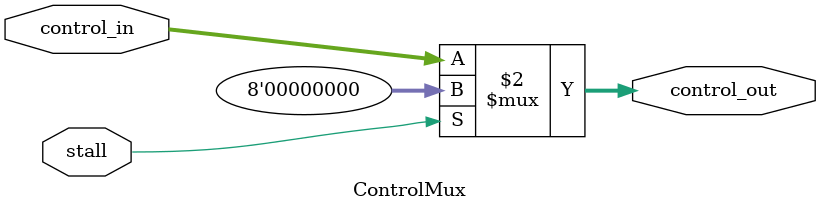
<source format=v>
module ControlMux (
    input wire stall,
    input wire [7:0] control_in,  // سیگنال‌های کنترلی از کنترلر
    output wire [7:0] control_out 
);

    assign control_out = (stall) ? {7{1'b0}} : control_in;

endmodule

</source>
